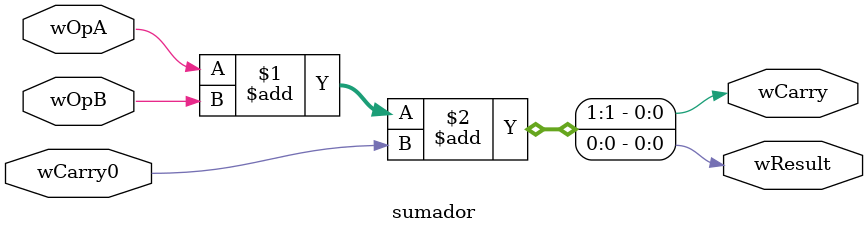
<source format=v>
`timescale 1ns / 1ps

module sumador (

	input  wOpA,
	input  wOpB,
	input  wCarry0,
	output wResult,
	output wCarry
);

	assign {wCarry, wResult}= wOpA + wOpB + wCarry0;	

endmodule

</source>
